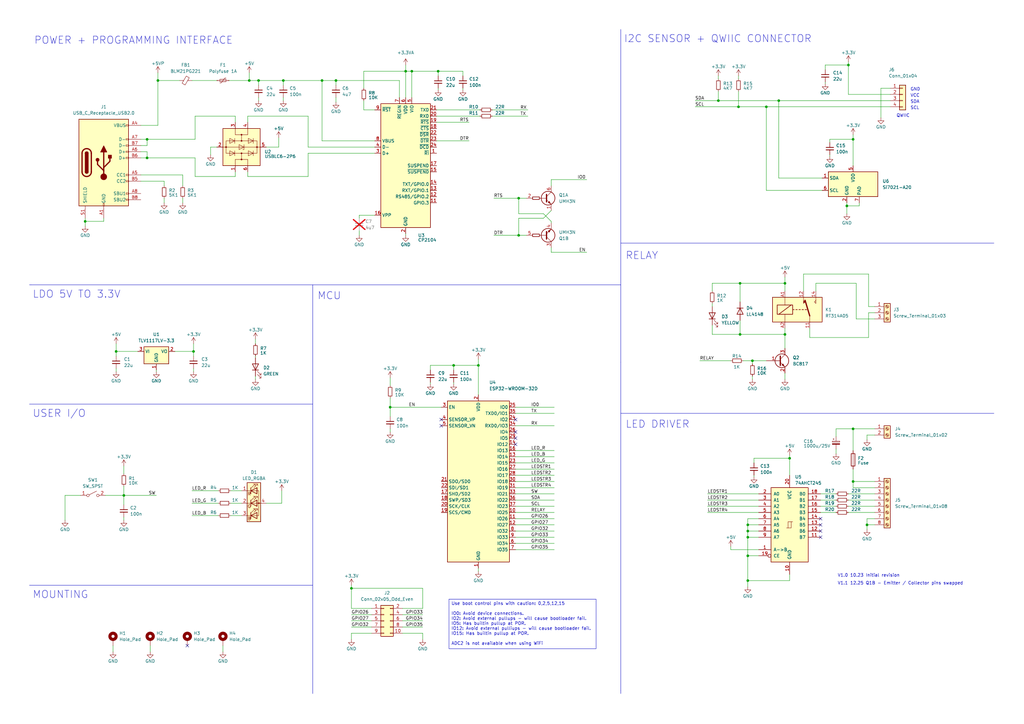
<source format=kicad_sch>
(kicad_sch (version 20230121) (generator eeschema)
  (paper "A3")
  (title_block (title "iot-thing board") (date "2023-10-14") (rev "1.0") (company "made by morten"))
  (junction (at 303.53 116.205))
  (junction (at 50.8 203.2))
  (junction (at 186.055 149.86))
  (junction (at 349.885 57.15))
  (junction (at 323.85 187.96))
  (junction (at 64.77 33.02))
  (junction (at 212.725 96.52))
  (junction (at 306.705 217.805))
  (junction (at 47.625 144.145))
  (junction (at 314.325 43.815))
  (junction (at 179.705 29.21))
  (junction (at 34.925 90.805))
  (junction (at 306.705 220.345))
  (junction (at 116.205 33.02))
  (junction (at 355.6 215.265))
  (junction (at 60.325 57.15))
  (junction (at 308.61 147.955))
  (junction (at 302.895 43.815))
  (junction (at 306.705 238.125))
  (junction (at 347.345 84.455))
  (junction (at 349.885 197.485))
  (junction (at 144.145 241.3))
  (junction (at 132.08 33.02))
  (junction (at 319.405 41.275))
  (junction (at 79.375 144.145))
  (junction (at 137.795 33.02))
  (junction (at 321.945 137.16))
  (junction (at 166.37 29.21))
  (junction (at 60.325 64.77))
  (junction (at 168.91 29.21))
  (junction (at 294.64 41.275))
  (junction (at 306.705 227.965))
  (junction (at 303.53 137.16))
  (junction (at 160.02 167.005))
  (junction (at 347.98 26.67))
  (junction (at 102.235 33.02))
  (junction (at 349.885 175.895))
  (junction (at 106.045 33.02))
  (junction (at 196.215 149.86))
  (junction (at 321.945 116.205))
  (junction (at 306.705 215.265))
  (junction (at 212.725 81.28))
  (no_connect (at 180.975 174.625))
  (no_connect (at 180.975 172.085))
  (no_connect (at 336.55 220.345))
  (no_connect (at 211.455 177.165))
  (no_connect (at 211.455 182.245))
  (no_connect (at 336.55 215.265))
  (no_connect (at 211.455 179.705))
  (no_connect (at 336.55 212.725))
  (no_connect (at 336.55 217.805))
  (no_connect (at 76.835 264.795))
  (no_connect (at 211.455 172.085))
  (wire (pts (xy 160.02 167.005) (xy 180.975 167.005)))
  (wire (pts (xy 94.615 206.375) (xy 99.06 206.375)))
  (wire (pts (xy 342.9 175.895) (xy 349.885 175.895)))
  (wire (pts (xy 211.455 200.025) (xy 227.33 200.025)))
  (wire (pts (xy 226.06 73.66) (xy 240.665 73.66)))
  (wire (pts (xy 173.355 249.555) (xy 173.355 241.3)))
  (wire (pts (xy 79.375 144.145) (xy 79.375 146.05)))
  (wire (pts (xy 290.195 207.645) (xy 311.15 207.645)))
  (wire (pts (xy 132.08 33.02) (xy 132.08 57.785)))
  (wire (pts (xy 211.455 220.345) (xy 227.33 220.345)))
  (wire (pts (xy 352.425 84.455) (xy 352.425 83.185)))
  (polyline (pts (xy 254.635 99.695) (xy 407.67 99.695)))
  (wire (pts (xy 179.07 50.165) (xy 192.405 50.165)))
  (wire (pts (xy 34.925 90.805) (xy 34.925 92.71)))
  (wire (pts (xy 106.045 40.005) (xy 106.045 41.275)))
  (wire (pts (xy 302.895 43.815) (xy 314.325 43.815)))
  (wire (pts (xy 212.725 87.63) (xy 222.885 87.63)))
  (wire (pts (xy 356.235 138.43) (xy 356.235 128.27)))
  (wire (pts (xy 212.725 96.52) (xy 215.9 96.52)))
  (wire (pts (xy 64.77 33.02) (xy 64.77 29.845)))
  (wire (pts (xy 347.98 26.67) (xy 347.98 38.735)))
  (wire (pts (xy 226.06 90.805) (xy 226.06 91.44)))
  (wire (pts (xy 303.53 116.205) (xy 321.945 116.205)))
  (wire (pts (xy 56.515 144.145) (xy 47.625 144.145)))
  (wire (pts (xy 349.885 55.245) (xy 349.885 57.15)))
  (wire (pts (xy 176.53 149.86) (xy 176.53 151.765)))
  (wire (pts (xy 211.455 215.265) (xy 227.33 215.265)))
  (wire (pts (xy 211.455 189.865) (xy 227.33 189.865)))
  (wire (pts (xy 137.795 33.02) (xy 163.83 33.02)))
  (wire (pts (xy 50.8 199.39) (xy 50.8 203.2)))
  (wire (pts (xy 88.9 60.325) (xy 86.36 60.325)))
  (wire (pts (xy 101.6 47.625) (xy 126.365 47.625)))
  (wire (pts (xy 109.22 60.325) (xy 114.3 60.325)))
  (wire (pts (xy 196.215 147.32) (xy 196.215 149.86)))
  (wire (pts (xy 96.52 70.485) (xy 96.52 72.39)))
  (wire (pts (xy 91.44 264.795) (xy 91.44 267.335)))
  (wire (pts (xy 211.455 167.005) (xy 227.33 167.005)))
  (wire (pts (xy 303.53 137.16) (xy 321.945 137.16)))
  (wire (pts (xy 166.37 29.21) (xy 168.91 29.21)))
  (wire (pts (xy 116.205 40.005) (xy 116.205 41.275)))
  (wire (pts (xy 126.365 60.325) (xy 153.67 60.325)))
  (wire (pts (xy 306.705 215.265) (xy 306.705 217.805)))
  (wire (pts (xy 347.345 83.185) (xy 347.345 84.455)))
  (wire (pts (xy 50.8 191.135) (xy 50.8 194.31)))
  (wire (pts (xy 106.045 33.02) (xy 116.205 33.02)))
  (wire (pts (xy 149.225 41.275) (xy 149.225 45.085)))
  (wire (pts (xy 358.775 178.435) (xy 355.6 178.435)))
  (wire (pts (xy 60.325 64.77) (xy 80.01 64.77)))
  (wire (pts (xy 347.345 84.455) (xy 347.345 87.63)))
  (wire (pts (xy 347.98 207.645) (xy 358.775 207.645)))
  (wire (pts (xy 306.705 217.805) (xy 311.15 217.805)))
  (wire (pts (xy 347.98 202.565) (xy 358.775 202.565)))
  (wire (pts (xy 79.375 151.13) (xy 79.375 152.4)))
  (polyline (pts (xy 254.635 283.21) (xy 254.635 148.59)))
  (wire (pts (xy 303.53 116.205) (xy 292.1 116.205)))
  (wire (pts (xy 342.9 184.15) (xy 342.9 186.055)))
  (wire (pts (xy 116.205 33.02) (xy 116.205 34.925)))
  (wire (pts (xy 294.64 41.275) (xy 319.405 41.275)))
  (wire (pts (xy 212.725 81.28) (xy 215.9 81.28)))
  (wire (pts (xy 26.67 203.2) (xy 26.67 213.36)))
  (wire (pts (xy 356.235 125.73) (xy 358.775 125.73)))
  (wire (pts (xy 179.705 29.21) (xy 179.705 31.115)))
  (wire (pts (xy 202.565 96.52) (xy 212.725 96.52)))
  (wire (pts (xy 196.215 233.045) (xy 196.215 234.315)))
  (wire (pts (xy 78.74 201.295) (xy 89.535 201.295)))
  (wire (pts (xy 115.57 201.295) (xy 115.57 206.375)))
  (wire (pts (xy 212.725 89.535) (xy 212.725 96.52)))
  (wire (pts (xy 299.72 147.955) (xy 287.02 147.955)))
  (wire (pts (xy 212.725 81.28) (xy 212.725 87.63)))
  (wire (pts (xy 144.145 240.03) (xy 144.145 241.3)))
  (wire (pts (xy 321.945 134.62) (xy 321.945 137.16)))
  (wire (pts (xy 179.705 29.21) (xy 189.865 29.21)))
  (wire (pts (xy 321.945 116.205) (xy 321.945 119.38)))
  (wire (pts (xy 34.925 89.535) (xy 34.925 90.805)))
  (wire (pts (xy 304.8 147.955) (xy 308.61 147.955)))
  (wire (pts (xy 340.36 57.15) (xy 349.885 57.15)))
  (wire (pts (xy 211.455 187.325) (xy 227.33 187.325)))
  (wire (pts (xy 332.105 138.43) (xy 356.235 138.43)))
  (polyline (pts (xy 254.635 283.21) (xy 254.635 284.48)))
  (wire (pts (xy 78.74 211.455) (xy 89.535 211.455)))
  (polyline (pts (xy 12.065 116.84) (xy 12.7 116.84)))
  (wire (pts (xy 306.705 238.125) (xy 306.705 240.665)))
  (wire (pts (xy 86.36 60.325) (xy 86.36 63.5)))
  (wire (pts (xy 347.98 25.4) (xy 347.98 26.67)))
  (wire (pts (xy 336.55 210.185) (xy 342.9 210.185)))
  (wire (pts (xy 144.145 257.175) (xy 152.4 257.175)))
  (wire (pts (xy 78.74 33.02) (xy 88.9 33.02)))
  (wire (pts (xy 149.225 36.195) (xy 149.225 29.21)))
  (wire (pts (xy 309.245 194.945) (xy 309.245 195.58)))
  (wire (pts (xy 212.725 89.535) (xy 222.885 89.535)))
  (wire (pts (xy 314.325 78.105) (xy 314.325 43.815)))
  (wire (pts (xy 160.02 175.895) (xy 160.02 177.165)))
  (wire (pts (xy 349.885 197.485) (xy 349.885 200.025)))
  (wire (pts (xy 166.37 95.885) (xy 166.37 96.52)))
  (wire (pts (xy 165.1 257.175) (xy 173.355 257.175)))
  (wire (pts (xy 163.83 33.02) (xy 163.83 40.005)))
  (wire (pts (xy 309.245 187.96) (xy 323.85 187.96)))
  (wire (pts (xy 319.405 41.275) (xy 319.405 73.025)))
  (wire (pts (xy 347.98 205.105) (xy 358.775 205.105)))
  (wire (pts (xy 137.795 40.005) (xy 137.795 41.91)))
  (wire (pts (xy 126.365 62.865) (xy 126.365 72.39)))
  (wire (pts (xy 189.865 29.21) (xy 189.865 31.115)))
  (wire (pts (xy 340.36 63.5) (xy 340.36 64.135)))
  (wire (pts (xy 80.01 64.77) (xy 80.01 72.39)))
  (wire (pts (xy 94.615 201.295) (xy 99.06 201.295)))
  (wire (pts (xy 186.055 149.86) (xy 196.215 149.86)))
  (wire (pts (xy 64.77 33.02) (xy 73.66 33.02)))
  (wire (pts (xy 321.945 113.665) (xy 321.945 116.205)))
  (wire (pts (xy 351.155 116.205) (xy 351.155 130.81)))
  (wire (pts (xy 211.455 174.625) (xy 227.33 174.625)))
  (wire (pts (xy 165.1 254.635) (xy 173.355 254.635)))
  (wire (pts (xy 43.18 203.2) (xy 50.8 203.2)))
  (wire (pts (xy 306.705 217.805) (xy 306.705 220.345)))
  (wire (pts (xy 179.07 47.625) (xy 196.85 47.625)))
  (wire (pts (xy 358.775 175.895) (xy 349.885 175.895)))
  (wire (pts (xy 308.61 147.955) (xy 308.61 149.225)))
  (wire (pts (xy 168.91 29.21) (xy 168.91 40.005)))
  (wire (pts (xy 303.53 123.825) (xy 303.53 116.205)))
  (wire (pts (xy 101.6 50.165) (xy 101.6 47.625)))
  (wire (pts (xy 211.455 212.725) (xy 227.33 212.725)))
  (wire (pts (xy 292.1 133.35) (xy 292.1 137.16)))
  (wire (pts (xy 201.93 47.625) (xy 216.535 47.625)))
  (wire (pts (xy 165.1 252.095) (xy 173.355 252.095)))
  (wire (pts (xy 306.705 238.125) (xy 323.85 238.125)))
  (wire (pts (xy 137.795 33.02) (xy 137.795 34.925)))
  (wire (pts (xy 144.145 259.715) (xy 144.145 262.255)))
  (wire (pts (xy 290.195 202.565) (xy 311.15 202.565)))
  (wire (pts (xy 358.775 200.025) (xy 349.885 200.025)))
  (wire (pts (xy 33.02 203.2) (xy 26.67 203.2)))
  (wire (pts (xy 67.31 74.295) (xy 67.31 76.2)))
  (wire (pts (xy 308.61 154.305) (xy 308.61 155.575)))
  (wire (pts (xy 144.145 254.635) (xy 152.4 254.635)))
  (polyline (pts (xy 128.27 116.84) (xy 128.27 284.48)))
  (wire (pts (xy 365.125 36.195) (xy 361.315 36.195)))
  (wire (pts (xy 226.06 101.6) (xy 226.06 103.505)))
  (wire (pts (xy 189.865 36.195) (xy 189.865 36.83)))
  (wire (pts (xy 50.8 212.09) (xy 50.8 213.36)))
  (wire (pts (xy 311.15 225.425) (xy 299.72 225.425)))
  (wire (pts (xy 336.55 207.645) (xy 342.9 207.645)))
  (wire (pts (xy 285.115 43.815) (xy 302.895 43.815)))
  (wire (pts (xy 74.93 71.755) (xy 74.93 76.2)))
  (wire (pts (xy 306.705 212.725) (xy 306.705 215.265)))
  (wire (pts (xy 294.64 37.465) (xy 294.64 41.275)))
  (wire (pts (xy 355.6 215.265) (xy 355.6 217.17)))
  (wire (pts (xy 60.325 62.23) (xy 60.325 64.77)))
  (wire (pts (xy 323.85 186.69) (xy 323.85 187.96)))
  (wire (pts (xy 347.345 84.455) (xy 352.425 84.455)))
  (wire (pts (xy 321.945 153.035) (xy 321.945 155.575)))
  (wire (pts (xy 211.455 222.885) (xy 227.33 222.885)))
  (wire (pts (xy 60.325 62.23) (xy 57.785 62.23)))
  (wire (pts (xy 46.355 264.795) (xy 46.355 267.335)))
  (wire (pts (xy 67.31 81.28) (xy 67.31 83.185)))
  (polyline (pts (xy 254.635 12.065) (xy 254.635 148.59)))
  (wire (pts (xy 356.235 112.395) (xy 356.235 125.73)))
  (wire (pts (xy 114.3 56.515) (xy 114.3 60.325)))
  (wire (pts (xy 211.455 184.785) (xy 227.33 184.785)))
  (wire (pts (xy 311.15 215.265) (xy 306.705 215.265)))
  (wire (pts (xy 147.32 94.615) (xy 147.32 96.52)))
  (wire (pts (xy 101.6 70.485) (xy 101.6 72.39)))
  (wire (pts (xy 47.625 144.145) (xy 47.625 146.05)))
  (wire (pts (xy 211.455 210.185) (xy 227.33 210.185)))
  (wire (pts (xy 57.785 71.755) (xy 74.93 71.755)))
  (wire (pts (xy 201.93 45.085) (xy 216.535 45.085)))
  (wire (pts (xy 116.205 33.02) (xy 132.08 33.02)))
  (wire (pts (xy 160.02 167.005) (xy 160.02 170.815)))
  (wire (pts (xy 303.53 131.445) (xy 303.53 137.16)))
  (wire (pts (xy 337.185 73.025) (xy 319.405 73.025)))
  (wire (pts (xy 168.91 29.21) (xy 179.705 29.21)))
  (wire (pts (xy 226.06 103.505) (xy 240.665 103.505)))
  (wire (pts (xy 104.775 140.97) (xy 104.775 139.065)))
  (wire (pts (xy 64.77 33.02) (xy 64.77 51.435)))
  (wire (pts (xy 306.705 220.345) (xy 311.15 220.345)))
  (wire (pts (xy 60.325 57.15) (xy 80.01 57.15)))
  (wire (pts (xy 186.055 149.86) (xy 186.055 151.765)))
  (wire (pts (xy 202.565 81.28) (xy 212.725 81.28)))
  (wire (pts (xy 321.945 137.16) (xy 321.945 142.875)))
  (wire (pts (xy 166.37 26.67) (xy 166.37 29.21)))
  (wire (pts (xy 306.705 227.965) (xy 306.705 238.125)))
  (wire (pts (xy 179.07 57.785) (xy 192.405 57.785)))
  (wire (pts (xy 340.36 57.15) (xy 340.36 58.42)))
  (wire (pts (xy 306.705 220.345) (xy 306.705 227.965)))
  (wire (pts (xy 336.55 202.565) (xy 342.9 202.565)))
  (wire (pts (xy 144.145 252.095) (xy 152.4 252.095)))
  (wire (pts (xy 79.375 140.97) (xy 79.375 144.145)))
  (wire (pts (xy 349.885 175.895) (xy 349.885 184.785)))
  (polyline (pts (xy 12.065 165.735) (xy 128.27 165.735)))
  (wire (pts (xy 80.01 72.39) (xy 96.52 72.39)))
  (polyline (pts (xy 254.635 169.545) (xy 407.67 169.545)))
  (wire (pts (xy 96.52 47.625) (xy 96.52 50.165)))
  (wire (pts (xy 294.64 31.115) (xy 294.64 32.385)))
  (wire (pts (xy 50.8 203.2) (xy 50.8 207.01)))
  (wire (pts (xy 323.85 235.585) (xy 323.85 238.125)))
  (wire (pts (xy 71.755 144.145) (xy 79.375 144.145)))
  (wire (pts (xy 338.455 26.67) (xy 338.455 28.575)))
  (wire (pts (xy 332.105 134.62) (xy 332.105 138.43)))
  (wire (pts (xy 285.115 41.275) (xy 294.64 41.275)))
  (wire (pts (xy 106.045 33.02) (xy 106.045 34.925)))
  (wire (pts (xy 211.455 194.945) (xy 227.33 194.945)))
  (wire (pts (xy 365.125 38.735) (xy 347.98 38.735)))
  (wire (pts (xy 60.325 57.15) (xy 60.325 59.69)))
  (wire (pts (xy 109.22 206.375) (xy 115.57 206.375)))
  (wire (pts (xy 338.455 26.67) (xy 347.98 26.67)))
  (wire (pts (xy 302.895 37.465) (xy 302.895 43.815)))
  (wire (pts (xy 351.155 130.81) (xy 358.775 130.81)))
  (wire (pts (xy 42.545 89.535) (xy 42.545 90.805)))
  (wire (pts (xy 176.53 149.86) (xy 186.055 149.86)))
  (wire (pts (xy 144.145 241.3) (xy 173.355 241.3)))
  (wire (pts (xy 292.1 116.205) (xy 292.1 119.38)))
  (wire (pts (xy 152.4 259.715) (xy 144.145 259.715)))
  (wire (pts (xy 329.565 112.395) (xy 356.235 112.395)))
  (wire (pts (xy 149.225 45.085) (xy 153.67 45.085)))
  (wire (pts (xy 42.545 90.805) (xy 34.925 90.805)))
  (wire (pts (xy 314.325 43.815) (xy 365.125 43.815)))
  (wire (pts (xy 361.315 36.195) (xy 361.315 48.26)))
  (wire (pts (xy 355.6 178.435) (xy 355.6 180.34)))
  (wire (pts (xy 302.895 31.115) (xy 302.895 32.385)))
  (wire (pts (xy 179.07 45.085) (xy 196.85 45.085)))
  (wire (pts (xy 355.6 215.265) (xy 358.775 215.265)))
  (wire (pts (xy 61.595 264.795) (xy 61.595 267.335)))
  (wire (pts (xy 160.02 154.94) (xy 160.02 158.115)))
  (wire (pts (xy 102.235 33.02) (xy 106.045 33.02)))
  (wire (pts (xy 222.885 87.63) (xy 226.06 90.805)))
  (wire (pts (xy 153.67 62.865) (xy 126.365 62.865)))
  (wire (pts (xy 132.08 57.785) (xy 153.67 57.785)))
  (wire (pts (xy 299.72 225.425) (xy 299.72 224.155)))
  (wire (pts (xy 93.98 33.02) (xy 102.235 33.02)))
  (wire (pts (xy 104.775 154.305) (xy 104.775 155.575)))
  (wire (pts (xy 349.885 192.405) (xy 349.885 197.485)))
  (wire (pts (xy 292.1 137.16) (xy 303.53 137.16)))
  (wire (pts (xy 334.645 116.205) (xy 351.155 116.205)))
  (wire (pts (xy 211.455 202.565) (xy 227.33 202.565)))
  (wire (pts (xy 323.85 187.96) (xy 323.85 194.945)))
  (wire (pts (xy 147.32 88.265) (xy 153.67 88.265)))
  (wire (pts (xy 149.225 29.21) (xy 166.37 29.21)))
  (wire (pts (xy 196.215 149.86) (xy 196.215 161.925)))
  (wire (pts (xy 165.1 259.715) (xy 173.355 259.715)))
  (wire (pts (xy 337.185 78.105) (xy 314.325 78.105)))
  (wire (pts (xy 356.235 128.27) (xy 358.775 128.27)))
  (wire (pts (xy 311.15 227.965) (xy 306.705 227.965)))
  (wire (pts (xy 211.455 197.485) (xy 227.33 197.485)))
  (wire (pts (xy 338.455 34.29) (xy 338.455 33.655)))
  (wire (pts (xy 211.455 169.545) (xy 227.33 169.545)))
  (wire (pts (xy 349.885 57.15) (xy 349.885 67.945)))
  (wire (pts (xy 308.61 147.955) (xy 314.325 147.955)))
  (wire (pts (xy 57.785 64.77) (xy 60.325 64.77)))
  (wire (pts (xy 102.235 29.845) (xy 102.235 33.02)))
  (wire (pts (xy 211.455 205.105) (xy 227.33 205.105)))
  (wire (pts (xy 211.455 192.405) (xy 227.33 192.405)))
  (wire (pts (xy 78.74 206.375) (xy 89.535 206.375)))
  (wire (pts (xy 60.325 59.69) (xy 57.785 59.69)))
  (wire (pts (xy 47.625 151.13) (xy 47.625 152.4)))
  (wire (pts (xy 57.785 74.295) (xy 67.31 74.295)))
  (wire (pts (xy 179.705 36.83) (xy 179.705 36.195)))
  (polyline (pts (xy 12.065 240.03) (xy 128.27 240.03)))
  (wire (pts (xy 166.37 29.21) (xy 166.37 40.005)))
  (wire (pts (xy 309.245 189.865) (xy 309.245 187.96)))
  (wire (pts (xy 336.55 205.105) (xy 342.9 205.105)))
  (wire (pts (xy 94.615 211.455) (xy 99.06 211.455)))
  (wire (pts (xy 306.705 212.725) (xy 311.15 212.725)))
  (wire (pts (xy 50.8 203.2) (xy 64.135 203.2)))
  (wire (pts (xy 147.32 88.265) (xy 147.32 89.535)))
  (wire (pts (xy 160.02 163.195) (xy 160.02 167.005)))
  (wire (pts (xy 64.135 151.765) (xy 64.135 152.4)))
  (wire (pts (xy 211.455 207.645) (xy 227.33 207.645)))
  (wire (pts (xy 226.06 73.66) (xy 226.06 76.2)))
  (wire (pts (xy 347.98 210.185) (xy 358.775 210.185)))
  (wire (pts (xy 319.405 41.275) (xy 365.125 41.275)))
  (wire (pts (xy 211.455 225.425) (xy 227.33 225.425)))
  (wire (pts (xy 80.01 47.625) (xy 96.52 47.625)))
  (wire (pts (xy 290.195 205.105) (xy 311.15 205.105)))
  (wire (pts (xy 144.145 241.3) (xy 144.145 249.555)))
  (wire (pts (xy 64.77 51.435) (xy 57.785 51.435)))
  (wire (pts (xy 176.53 156.845) (xy 176.53 157.48)))
  (wire (pts (xy 104.775 146.685) (xy 104.775 146.05)))
  (wire (pts (xy 47.625 140.97) (xy 47.625 144.145)))
  (wire (pts (xy 329.565 112.395) (xy 329.565 119.38)))
  (wire (pts (xy 211.455 217.805) (xy 227.33 217.805)))
  (wire (pts (xy 74.93 81.28) (xy 74.93 83.185)))
  (wire (pts (xy 334.645 119.38) (xy 334.645 116.205)))
  (wire (pts (xy 101.6 72.39) (xy 126.365 72.39)))
  (wire (pts (xy 290.195 210.185) (xy 311.15 210.185)))
  (wire (pts (xy 57.785 57.15) (xy 60.325 57.15)))
  (wire (pts (xy 173.355 259.715) (xy 173.355 262.255)))
  (wire (pts (xy 226.06 86.36) (xy 222.885 89.535)))
  (wire (pts (xy 80.01 57.15) (xy 80.01 47.625)))
  (polyline (pts (xy 12.7 116.84) (xy 254.635 116.84)))
  (wire (pts (xy 126.365 47.625) (xy 126.365 60.325)))
  (wire (pts (xy 342.9 179.07) (xy 342.9 175.895)))
  (wire (pts (xy 358.775 212.725) (xy 355.6 212.725)))
  (wire (pts (xy 173.355 249.555) (xy 165.1 249.555)))
  (wire (pts (xy 186.055 156.845) (xy 186.055 157.48)))
  (wire (pts (xy 292.1 124.46) (xy 292.1 125.73)))
  (wire (pts (xy 355.6 212.725) (xy 355.6 215.265)))
  (wire (pts (xy 152.4 249.555) (xy 144.145 249.555)))
  (wire (pts (xy 132.08 33.02) (xy 137.795 33.02)))
  (wire (pts (xy 349.885 197.485) (xy 358.775 197.485)))
  (text_box "Use boot control pins with caution: 0,2,5,12,15\n\nIO0: Avoid device connections.\nIO2: Avoid external pullups - will cause bootloader fail.\nIO5: Has builtin pullup at POR.\nIO12: Avoid external pulliups - will cause bootloader fail.\nIO15: Has builtin pullup at POR.\n\nADC2 is not available when using WiFi" (at 184.15 245.745 0) (size 60.325 20.32) (effects (font (size 1.27 1.27)) (justify left top)))
  (text "LDO 5V TO 3.3V" (at 13.335 122.555 0) (effects (font (size 3 3)) (justify left bottom)))
  (text "MOUNTING" (at 13.335 245.745 0) (effects (font (size 3 3)) (justify left bottom)))
  (text "GND" (at 373.38 37.465 0) (effects (font (size 1.27 1.27)) (justify left bottom)))
  (text "SCL" (at 373.38 45.085 0) (effects (font (size 1.27 1.27)) (justify left bottom)))
  (text "SDA" (at 373.38 42.545 0) (effects (font (size 1.27 1.27)) (justify left bottom)))
  (text "V1.1 12.25 Q1B - Emitter / Collector pins swapped" (at 343.535 240.03 0) (effects (font (size 1.27 1.27)) (justify left bottom)))
  (text "I2C SENSOR + QWIIC CONNECTOR" (at 255.905 17.78 0) (effects (font (size 3 3)) (justify left bottom)))
  (text "V1.0 10.23 Initial revision" (at 343.535 236.855 0) (effects (font (size 1.27 1.27)) (justify left bottom)))
  (text "USER I/O" (at 13.335 171.45 0) (effects (font (size 3 3)) (justify left bottom)))
  (text "RELAY" (at 256.54 106.68 0) (effects (font (size 3 3)) (justify left bottom)))
  (text "MCU" (at 130.175 123.19 0) (effects (font (size 3 3)) (justify left bottom)))
  (text "QWIIC" (at 367.665 48.26 0) (effects (font (size 1.27 1.27)) (justify left bottom)))
  (text "LED DRIVER" (at 256.54 175.895 0) (effects (font (size 3 3)) (justify left bottom)))
  (text "POWER + PROGRAMMING INTERFACE\n" (at 13.97 18.415 0) (effects (font (size 3 3)) (justify left bottom)))
  (text "VCC" (at 373.38 40.005 0) (effects (font (size 1.27 1.27)) (justify left bottom)))
  (label "GPIO26" (at 217.805 212.725 0))
  (label "GPIO26" (at 144.145 252.095 0))
  (label "TX" (at 213.36 47.625 0))
  (label "GPIO34" (at 166.37 254.635 0))
  (label "SDA" (at 285.115 41.275 0))
  (label "LEDSTR1" (at 290.195 202.565 0))
  (label "RTS" (at 188.595 50.165 0))
  (label "LED_G" (at 78.74 206.375 0))
  (label "DTR" (at 188.595 57.785 0))
  (label "IO0" (at 236.855 73.66 0))
  (label "LED_R" (at 78.74 201.295 0))
  (label "SW" (at 217.805 202.565 0))
  (label "TX" (at 217.805 169.545 0))
  (label "GPIO35" (at 166.37 257.175 0))
  (label "GPIO35" (at 217.805 225.425 0))
  (label "SW" (at 60.96 203.2 0))
  (label "LED_R" (at 217.805 184.785 0))
  (label "EN" (at 167.64 167.005 0))
  (label "LED_B" (at 78.74 211.455 0))
  (label "LED_B" (at 217.805 187.325 0))
  (label "GPIO34" (at 217.805 222.885 0))
  (label "LEDSTR3" (at 290.195 207.645 0))
  (label "RX" (at 217.805 174.625 0))
  (label "RTS" (at 202.565 81.28 0))
  (label "LEDSTR4" (at 217.805 200.025 0))
  (label "SCL" (at 217.805 207.645 0))
  (label "GPIO27" (at 217.805 215.265 0))
  (label "SCL" (at 285.115 43.815 0))
  (label "LEDSTR1" (at 217.805 192.405 0))
  (label "IO0" (at 217.805 167.005 0))
  (label "GPIO32" (at 144.145 257.175 0))
  (label "RELAY" (at 287.02 147.955 0))
  (label "GPIO27" (at 144.145 254.635 0))
  (label "LEDSTR2" (at 217.805 194.945 0))
  (label "LEDSTR2" (at 290.195 205.105 0))
  (label "SDA" (at 217.805 205.105 0))
  (label "GPIO33" (at 166.37 252.095 0))
  (label "DTR" (at 202.565 96.52 0))
  (label "GPIO32" (at 217.805 217.805 0))
  (label "GPIO33" (at 217.805 220.345 0))
  (label "RELAY" (at 217.805 210.185 0))
  (label "RX" (at 213.36 45.085 0))
  (label "EN" (at 237.49 103.505 0))
  (label "LEDSTR4" (at 290.195 210.185 0))
  (label "LEDSTR3" (at 217.805 197.485 0))
  (label "LED_G" (at 217.805 189.865 0))
  (symbol (lib_id "power:GND") (at 47.625 152.4 0) (unit 1)
    (property "Reference" "#PWR05" (effects hide))
    (property "Value" "GND" (at 47.625 156.21 0))
  )
  (symbol (lib_id "Device:C_Small") (at 309.245 192.405 0) (unit 1)
    (property "Reference" "C13" (at 311.785 191.1413 0) (effects (justify left)))
    (property "Value" "100n" (at 311.785 193.6813 0) (effects (justify left)))
    (property "Footprint" "Capacitor_SMD:C_0402_1005Metric_Pad0.74x0.62mm_HandSolder" (effects hide))
  )
  (symbol (lib_id "power:+5V") (at 114.3 56.515 0) (unit 1)
    (property "Reference" "#PWR022" (effects hide))
    (property "Value" "+5V" (at 114.3 52.705 0))
  )
  (symbol (lib_id "power:GND") (at 173.355 262.255 0) (unit 1)
    (property "Reference" "#PWR033" (effects hide))
    (property "Value" "GND" (at 173.355 266.065 0))
  )
  (symbol (lib_id "Relay:RT314A05") (at 327.025 127 0) (unit 1)
    (property "Reference" "K1" (at 338.455 127 0) (effects (justify left)))
    (property "Value" "RT314A05" (at 338.455 129.54 0) (effects (justify left)))
    (property "Footprint" "Relay_THT:Relay_SPDT_Schrack-RT1-16A-FormC_RM5mm" (effects hide))
    (property "Datasheet" "https://www.te.com/commerce/DocumentDelivery/DDEController?Action=srchrtrv&DocNm=RT1_bistable&DocType=DS&DocLang=English" (effects hide))
  )
  (symbol (lib_id "Device:C_Small") (at 186.055 154.305 0) (unit 1)
    (property "Reference" "C11" (at 188.595 153.0413 0) (effects (justify left)))
    (property "Value" "100n" (at 188.595 155.5813 0) (effects (justify left)))
    (property "Footprint" "Capacitor_SMD:C_0402_1005Metric_Pad0.74x0.62mm_HandSolder" (effects hide))
  )
  (symbol (lib_id "power:GND") (at 306.705 240.665 0) (unit 1)
    (property "Reference" "#PWR043" (effects hide))
    (property "Value" "GND" (at 306.705 244.475 0))
  )
  (symbol (lib_id "Device:Polyfuse_Small") (at 91.44 33.02 90) (unit 1)
    (property "Reference" "F1" (at 91.44 26.67 90))
    (property "Value" "Polyfuse 1A" (at 91.44 29.21 90))
    (property "Footprint" "Fuse:Fuse_1206_3216Metric_Pad1.42x1.75mm_HandSolder" (effects hide))
  )
  (symbol (lib_id "power:+3.3V") (at 115.57 201.295 0) (unit 1)
    (property "Reference" "#PWR023" (effects hide))
    (property "Value" "+3.3V" (at 115.57 197.485 0))
  )
  (symbol (lib_id "Device:C_Small") (at 189.865 33.655 0) (unit 1)
    (property "Reference" "C12" (at 192.405 32.3913 0) (effects (justify left)))
    (property "Value" "100n" (at 192.405 34.9313 0) (effects (justify left)))
    (property "Footprint" "Capacitor_SMD:C_0402_1005Metric_Pad0.74x0.62mm_HandSolder" (effects hide))
  )
  (symbol (lib_id "power:+3.3V") (at 144.145 240.03 0) (unit 1)
    (property "Reference" "#PWR026" (effects hide))
    (property "Value" "+3.3V" (at 144.145 236.22 0))
  )
  (symbol (lib_id "power:GND") (at 74.93 83.185 0) (unit 1)
    (property "Reference" "#PWR012" (effects hide))
    (property "Value" "GND" (at 74.93 86.995 0))
  )
  (symbol (lib_id "power:GND") (at 79.375 152.4 0) (unit 1)
    (property "Reference" "#PWR015" (effects hide))
    (property "Value" "GND" (at 79.375 156.21 0))
  )
  (symbol (lib_id "Device:C_Small") (at 50.8 209.55 0) (unit 1)
    (property "Reference" "C2" (at 53.34 208.2863 0) (effects (justify left)))
    (property "Value" "100n" (at 53.34 210.8263 0) (effects (justify left)))
    (property "Footprint" "Capacitor_SMD:C_0402_1005Metric_Pad0.74x0.62mm_HandSolder" (effects hide))
  )
  (symbol (lib_id "Device:C_Small") (at 116.205 37.465 0) (unit 1)
    (property "Reference" "C5" (at 118.745 36.2013 0) (effects (justify left)))
    (property "Value" "100n" (at 118.745 38.7413 0) (effects (justify left)))
    (property "Footprint" "Capacitor_SMD:C_0402_1005Metric_Pad0.74x0.62mm_HandSolder" (effects hide))
  )
  (symbol (lib_id "power:GND") (at 196.215 234.315 0) (unit 1)
    (property "Reference" "#PWR039" (effects hide))
    (property "Value" "GND" (at 196.215 238.125 0))
  )
  (symbol (lib_id "Power_Protection:USBLC6-2P6") (at 99.06 60.325 270) (mirror x) (unit 1)
    (property "Reference" "U2" (at 109.855 62.23 90))
    (property "Value" "USBLC6-2P6" (at 114.935 64.135 90))
    (property "Footprint" "Package_TO_SOT_SMD:SOT-666" (effects hide))
    (property "Datasheet" "https://www.st.com/resource/en/datasheet/usblc6-2.pdf" (effects hide))
  )
  (symbol (lib_id "power:GND") (at 340.36 64.135 0) (unit 1)
    (property "Reference" "#PWR050" (effects hide))
    (property "Value" "GND" (at 340.36 67.945 0))
  )
  (symbol (lib_id "power:GND") (at 308.61 155.575 0) (unit 1)
    (property "Reference" "#PWR044" (effects hide))
    (property "Value" "GND" (at 308.61 159.385 0))
  )
  (symbol (lib_id "power:GND") (at 189.865 36.83 0) (unit 1)
    (property "Reference" "#PWR037" (effects hide))
    (property "Value" "GND" (at 189.865 40.64 0))
  )
  (symbol (lib_id "power:GND") (at 309.245 195.58 0) (unit 1)
    (property "Reference" "#PWR045" (effects hide))
    (property "Value" "GND" (at 309.245 199.39 0))
  )
  (symbol (lib_id "power:+3.3V") (at 294.64 31.115 0) (unit 1)
    (property "Reference" "#PWR040" (effects hide))
    (property "Value" "+3.3V" (at 294.64 27.305 0))
  )
  (symbol (lib_id "power:+3.3V") (at 79.375 140.97 0) (unit 1)
    (property "Reference" "#PWR014" (effects hide))
    (property "Value" "+3.3V" (at 79.375 137.16 0))
  )
  (symbol (lib_id "Device:LED_RGBA") (at 104.14 206.375 0) (unit 1)
    (property "Reference" "D1" (at 104.14 193.675 0))
    (property "Value" "LED_RGBA" (at 104.14 196.215 0))
    (property "Footprint" "LED_SMD:LED_RGB_Wuerth-PLCC4_3.2x2.8mm_150141M173100" (effects hide))
  )
  (symbol (lib_id "Device:FerriteBead_Small") (at 76.2 33.02 90) (unit 1)
    (property "Reference" "FB1" (at 76.1619 26.67 90))
    (property "Value" "BLM21PG221" (at 76.1619 29.21 90))
    (property "Footprint" "Inductor_SMD:L_0603_1608Metric_Pad1.05x0.95mm_HandSolder" (effects hide))
  )
  (symbol (lib_id "power:+3.3V") (at 349.885 55.245 0) (unit 1)
    (property "Reference" "#PWR054" (effects hide))
    (property "Value" "+3.3V" (at 349.885 51.435 0))
  )
  (symbol (lib_id "Device:C_Small") (at 179.705 33.655 0) (unit 1)
    (property "Reference" "C10" (at 182.88 32.3913 0) (effects (justify left)))
    (property "Value" "22u" (at 182.88 34.9313 0) (effects (justify left)))
    (property "Footprint" "Capacitor_SMD:C_0805_2012Metric_Pad1.18x1.45mm_HandSolder" (effects hide))
  )
  (symbol (lib_id "power:GND") (at 86.36 63.5 0) (unit 1)
    (property "Reference" "#PWR016" (effects hide))
    (property "Value" "GND" (at 86.36 67.31 0))
  )
  (symbol (lib_id "Diode:LL4148") (at 303.53 127.635 270) (unit 1)
    (property "Reference" "D4" (at 306.07 126.365 90) (effects (justify left)))
    (property "Value" "LL4148" (at 306.07 128.905 90) (effects (justify left)))
    (property "Footprint" "Diode_SMD:D_MiniMELF" (effects hide))
    (property "Datasheet" "http://www.vishay.com/docs/85557/ll4148.pdf" (effects hide))
    (property "Sim.Device" "D" (effects hide))
    (property "Sim.Pins" "1=K 2=A" (effects hide))
  )
  (symbol (lib_id "power:GND") (at 321.945 155.575 0) (unit 1)
    (property "Reference" "#PWR047" (effects hide))
    (property "Value" "GND" (at 321.945 159.385 0))
  )
  (symbol (lib_id "power:GND") (at 137.795 41.91 0) (unit 1)
    (property "Reference" "#PWR025" (effects hide))
    (property "Value" "GND" (at 137.795 45.72 0))
  )
  (symbol (lib_id "power:GND") (at 116.205 41.275 0) (unit 1)
    (property "Reference" "#PWR024" (effects hide))
    (property "Value" "GND" (at 116.205 45.085 0))
  )
  (symbol (lib_id "Device:C_Small") (at 338.455 31.115 0) (unit 1)
    (property "Reference" "C14" (at 341.63 29.8513 0) (effects (justify left)))
    (property "Value" "22u" (at 341.63 32.3913 0) (effects (justify left)))
    (property "Footprint" "Capacitor_SMD:C_0805_2012Metric_Pad1.18x1.45mm_HandSolder" (effects hide))
  )
  (symbol (lib_id "power:+5V") (at 102.235 29.845 0) (unit 1)
    (property "Reference" "#PWR018" (effects hide))
    (property "Value" "+5V" (at 102.235 26.035 0))
  )
  (symbol (lib_id "power:GND") (at 160.02 177.165 0) (unit 1)
    (property "Reference" "#PWR030" (effects hide))
    (property "Value" "GND" (at 160.02 180.975 0))
  )
  (symbol (lib_id "power:GND") (at 61.595 267.335 0) (unit 1)
    (property "Reference" "#PWR08" (effects hide))
    (property "Value" "GND" (at 61.595 271.145 0))
  )
  (symbol (lib_id "Connector:Screw_Terminal_01x08") (at 363.855 205.105 0) (unit 1)
    (property "Reference" "J5" (at 367.03 205.105 0) (effects (justify left)))
    (property "Value" "Screw_Terminal_01x08" (at 367.03 207.645 0) (effects (justify left)))
    (property "Footprint" "TerminalBlock_Phoenix:TerminalBlock_Phoenix_MKDS-1,5-8_1x08_P5.00mm_Horizontal" (effects hide))
  )
  (symbol (lib_id "74xx:74HC245") (at 323.85 215.265 0) (unit 1)
    (property "Reference" "U5" (at 326.0441 195.58 0) (effects (justify left)))
    (property "Value" "74AHCT245" (at 326.0441 198.12 0) (effects (justify left)))
    (property "Footprint" "Package_DIP:DIP-20_W7.62mm" (effects hide))
    (property "Datasheet" "http://www.ti.com/lit/gpn/sn74HC245" (effects hide))
  )
  (symbol (lib_id "Mechanical:MountingHole_Pad") (at 61.595 262.255 0) (unit 1)
    (property "Reference" "H2" (at 64.135 259.715 0) (effects (justify left)))
    (property "Value" "Hole_Pad" (at 64.135 262.255 0) (effects (justify left)))
    (property "Footprint" "MountingHole:MountingHole_3.2mm_M3_Pad_Via" (effects hide))
  )
  (symbol (lib_id "power:GND") (at 147.32 96.52 0) (unit 1)
    (property "Reference" "#PWR028" (effects hide))
    (property "Value" "GND" (at 147.32 100.33 0))
  )
  (symbol (lib_id "power:GND") (at 355.6 217.17 0) (unit 1)
    (property "Reference" "#PWR056" (effects hide))
    (property "Value" "GND" (at 355.6 220.98 0))
  )
  (symbol (lib_id "Device:C_Small") (at 176.53 154.305 0) (unit 1)
    (property "Reference" "C9" (at 179.705 153.0413 0) (effects (justify left)))
    (property "Value" "22u" (at 179.705 155.5813 0) (effects (justify left)))
    (property "Footprint" "Capacitor_SMD:C_0805_2012Metric_Pad1.18x1.45mm_HandSolder" (effects hide))
  )
  (symbol (lib_id "power:+5V") (at 299.72 224.155 0) (unit 1)
    (property "Reference" "#PWR041" (effects hide))
    (property "Value" "+5V" (at 299.72 220.345 0))
  )
  (symbol (lib_id "power:+3.3V") (at 160.02 154.94 0) (unit 1)
    (property "Reference" "#PWR029" (effects hide))
    (property "Value" "+3.3V" (at 160.02 151.13 0))
  )
  (symbol (lib_id "Transistor_BJT:UMH3N") (at 220.98 81.28 0) (unit 1)
    (property "Reference" "Q1" (at 229.235 80.01 0) (effects (justify left)))
    (property "Value" "UMH3N" (at 229.235 82.55 0) (effects (justify left)))
    (property "Footprint" "Package_TO_SOT_SMD:SOT-363_SC-70-6" (effects hide))
    (property "Datasheet" "http://rohmfs.rohm.com/en/products/databook/datasheet/discrete/transistor/digital/emh3t2r-e.pdf" (effects hide))
  )
  (symbol (lib_id "power:+3.3V") (at 302.895 31.115 0) (unit 1)
    (property "Reference" "#PWR042" (effects hide))
    (property "Value" "+3.3V" (at 302.895 27.305 0))
  )
  (symbol (lib_id "power:+3.3V") (at 347.98 25.4 0) (unit 1)
    (property "Reference" "#PWR053" (effects hide))
    (property "Value" "+3.3V" (at 347.98 21.59 0))
  )
  (symbol (lib_id "Device:R_Small") (at 74.93 78.74 0) (unit 1)
    (property "Reference" "R3" (at 76.835 78.105 0) (effects (justify left)))
    (property "Value" "5K1" (at 76.835 80.01 0) (effects (justify left)))
    (property "Footprint" "Resistor_SMD:R_0402_1005Metric_Pad0.72x0.64mm_HandSolder" (effects hide))
  )
  (symbol (lib_id "power:GND") (at 34.925 92.71 0) (unit 1)
    (property "Reference" "#PWR02" (effects hide))
    (property "Value" "GND" (at 34.925 96.52 0))
  )
  (symbol (lib_id "Device:R_Small") (at 50.8 196.85 0) (unit 1)
    (property "Reference" "R1" (at 52.705 196.215 0) (effects (justify left)))
    (property "Value" "10K" (at 52.705 198.12 0) (effects (justify left)))
    (property "Footprint" "Resistor_SMD:R_0402_1005Metric_Pad0.72x0.64mm_HandSolder" (effects hide))
  )
  (symbol (lib_id "Device:R_Small") (at 149.225 38.735 0) (unit 1)
    (property "Reference" "R8" (at 151.13 38.1 0) (effects (justify left)))
    (property "Value" "10K" (at 151.13 40.005 0) (effects (justify left)))
    (property "Footprint" "Resistor_SMD:R_0402_1005Metric_Pad0.72x0.64mm_HandSolder" (effects hide))
  )
  (symbol (lib_id "power:GND") (at 104.775 155.575 0) (unit 1)
    (property "Reference" "#PWR020" (effects hide))
    (property "Value" "GND" (at 104.775 159.385 0))
  )
  (symbol (lib_id "Device:R_Small") (at 104.775 143.51 0) (unit 1)
    (property "Reference" "R7" (at 106.68 142.875 0) (effects (justify left)))
    (property "Value" "1K" (at 106.68 144.78 0) (effects (justify left)))
    (property "Footprint" "Resistor_SMD:R_0402_1005Metric_Pad0.72x0.64mm_HandSolder" (effects hide))
  )
  (symbol (lib_id "Regulator_Linear:LM1117MP-3.3") (at 64.135 144.145 0) (unit 1)
    (property "Reference" "U1" (at 64.135 137.16 0))
    (property "Value" "TLV1117LV-3.3" (at 64.135 139.7 0))
    (property "Footprint" "Package_TO_SOT_SMD:SOT-223-3_TabPin2" (effects hide))
    (property "Datasheet" "http://www.ti.com/lit/ds/symlink/lm1117.pdf" (effects hide))
  )
  (symbol (lib_id "power:GND") (at 67.31 83.185 0) (unit 1)
    (property "Reference" "#PWR011" (effects hide))
    (property "Value" "GND" (at 67.31 86.995 0))
  )
  (symbol (lib_id "Mechanical:MountingHole_Pad") (at 76.835 262.255 0) (unit 1)
    (property "Reference" "H3" (at 79.375 259.715 0) (effects (justify left)))
    (property "Value" "Hole_Pad" (at 79.375 262.255 0) (effects (justify left)))
    (property "Footprint" "MountingHole:MountingHole_3.2mm_M3_DIN965" (effects hide))
  )
  (symbol (lib_id "Device:R_Small") (at 92.075 211.455 90) (unit 1)
    (property "Reference" "R6" (at 88.9 210.185 90) (effects (justify left)))
    (property "Value" "1K" (at 97.79 210.185 90) (effects (justify left)))
    (property "Footprint" "Resistor_SMD:R_0402_1005Metric_Pad0.72x0.64mm_HandSolder" (effects hide))
  )
  (symbol (lib_id "Mechanical:MountingHole_Pad") (at 91.44 262.255 0) (unit 1)
    (property "Reference" "H4" (at 93.98 259.715 0) (effects (justify left)))
    (property "Value" "Hole_Pad" (at 93.98 262.255 0) (effects (justify left)))
    (property "Footprint" "MountingHole:MountingHole_3.2mm_M3_Pad_Via" (effects hide))
  )
  (symbol (lib_id "Device:R_Small") (at 345.44 205.105 90) (unit 1)
    (property "Reference" "R18" (at 342.265 203.835 90) (effects (justify left)))
    (property "Value" "22R" (at 353.06 203.835 90) (effects (justify left)))
    (property "Footprint" "Resistor_SMD:R_0402_1005Metric_Pad0.72x0.64mm_HandSolder" (effects hide))
  )
  (symbol (lib_id "Device:R_Small") (at 345.44 207.645 90) (unit 1)
    (property "Reference" "R19" (at 342.265 206.375 90) (effects (justify left)))
    (property "Value" "22R" (at 353.06 206.375 90) (effects (justify left)))
    (property "Footprint" "Resistor_SMD:R_0402_1005Metric_Pad0.72x0.64mm_HandSolder" (effects hide))
  )
  (symbol (lib_id "Device:C_Polarized_Small") (at 342.9 181.61 0) (unit 1)
    (property "Reference" "C16" (at 329.565 180.975 0) (effects (justify left)))
    (property "Value" "1000u/25V" (at 329.565 182.88 0) (effects (justify left)))
    (property "Footprint" "Capacitor_THT:CP_Radial_D10.0mm_P5.00mm" (effects hide))
  )
  (symbol (lib_id "Device:R_Small") (at 302.895 34.925 0) (unit 1)
    (property "Reference" "R15" (at 304.8 34.29 0) (effects (justify left)))
    (property "Value" "4K7" (at 304.8 36.195 0) (effects (justify left)))
    (property "Footprint" "Resistor_SMD:R_0402_1005Metric_Pad0.72x0.64mm_HandSolder" (effects hide))
  )
  (symbol (lib_id "Device:C_Small") (at 147.32 92.075 0) (unit 1) (in_bom no) (dnp yes)
    (property "Reference" "C7" (at 149.86 90.8113 0) (effects (justify left)))
    (property "Value" "4u7" (at 149.86 93.3513 0) (effects (justify left)))
    (property "Footprint" "Capacitor_SMD:C_0805_2012Metric_Pad1.18x1.45mm_HandSolder" (effects hide))
  )
  (symbol (lib_id "Connector:Screw_Terminal_01x02") (at 363.855 175.895 0) (unit 1)
    (property "Reference" "J4" (at 367.03 175.895 0) (effects (justify left)))
    (property "Value" "Screw_Terminal_01x02" (at 367.03 178.435 0) (effects (justify left)))
    (property "Footprint" "TerminalBlock_Phoenix:TerminalBlock_Phoenix_MKDS-1,5-2-5.08_1x02_P5.08mm_Horizontal" (effects hide))
  )
  (symbol (lib_id "Transistor_BJT:BC817") (at 319.405 147.955 0) (unit 1)
    (property "Reference" "Q2" (at 325.12 146.685 0) (effects (justify left)))
    (property "Value" "BC817" (at 325.12 149.225 0) (effects (justify left)))
    (property "Footprint" "Package_TO_SOT_SMD:SOT-23" (effects hide))
    (property "Datasheet" "https://www.onsemi.com/pub/Collateral/BC818-D.pdf" (effects hide))
  )
  (symbol (lib_id "Device:R_Small") (at 302.26 147.955 90) (unit 1)
    (property "Reference" "R14" (at 304.165 146.05 90) (effects (justify left)))
    (property "Value" "1K" (at 303.53 150.495 90) (effects (justify left)))
    (property "Footprint" "Resistor_SMD:R_0402_1005Metric_Pad0.72x0.64mm_HandSolder" (effects hide))
  )
  (symbol (lib_id "power:GND") (at 186.055 157.48 0) (unit 1)
    (property "Reference" "#PWR036" (effects hide))
    (property "Value" "GND" (at 186.055 161.29 0))
  )
  (symbol (lib_id "power:GND") (at 338.455 34.29 0) (unit 1)
    (property "Reference" "#PWR049" (effects hide))
    (property "Value" "GND" (at 338.455 38.1 0))
  )
  (symbol (lib_id "power:GND") (at 64.135 152.4 0) (unit 1)
    (property "Reference" "#PWR09" (effects hide))
    (property "Value" "GND" (at 64.135 156.21 0))
  )
  (symbol (lib_id "Connector:USB_C_Receptacle_USB2.0") (at 42.545 66.675 0) (unit 1)
    (property "Reference" "J1" (at 42.545 43.815 0))
    (property "Value" "USB_C_Receptacle_USB2.0" (at 42.545 46.355 0))
    (property "Footprint" "Connector_USB:USB_C_Receptacle_HRO_TYPE-C-31-M-12" (effects hide))
    (property "Datasheet" "https://www.usb.org/sites/default/files/documents/usb_type-c.zip" (effects hide))
  )
  (symbol (lib_id "Switch:SW_SPST") (at 38.1 203.2 0) (unit 1)
    (property "Reference" "SW1" (at 38.1 196.85 0))
    (property "Value" "SW_SPST" (at 38.1 199.39 0))
    (property "Footprint" "Button_Switch_SMD:SW_Push_1P1T_NO_6x6mm_H9.5mm" (effects hide))
  )
  (symbol (lib_id "Device:R_Small") (at 308.61 151.765 0) (unit 1)
    (property "Reference" "R16" (at 310.515 151.13 0) (effects (justify left)))
    (property "Value" "10K" (at 310.515 153.035 0) (effects (justify left)))
    (property "Footprint" "Resistor_SMD:R_0402_1005Metric_Pad0.72x0.64mm_HandSolder" (effects hide))
  )
  (symbol (lib_id "power:GND") (at 91.44 267.335 0) (unit 1)
    (property "Reference" "#PWR017" (effects hide))
    (property "Value" "GND" (at 91.44 271.145 0))
  )
  (symbol (lib_id "Device:R_Small") (at 345.44 202.565 90) (unit 1)
    (property "Reference" "R17" (at 342.265 201.295 90) (effects (justify left)))
    (property "Value" "22R" (at 353.06 201.295 90) (effects (justify left)))
    (property "Footprint" "Resistor_SMD:R_0402_1005Metric_Pad0.72x0.64mm_HandSolder" (effects hide))
  )
  (symbol (lib_id "power:+5V") (at 321.945 113.665 0) (unit 1)
    (property "Reference" "#PWR046" (effects hide))
    (property "Value" "+5V" (at 321.945 109.855 0))
  )
  (symbol (lib_id "power:+5V") (at 47.625 140.97 0) (unit 1)
    (property "Reference" "#PWR04" (effects hide))
    (property "Value" "+5V" (at 47.625 137.16 0))
  )
  (symbol (lib_id "Device:R_Small") (at 199.39 45.085 90) (unit 1)
    (property "Reference" "R10" (at 196.215 43.815 90) (effects (justify left)))
    (property "Value" "22R" (at 207.01 43.815 90) (effects (justify left)))
    (property "Footprint" "Resistor_SMD:R_0402_1005Metric_Pad0.72x0.64mm_HandSolder" (effects hide))
  )
  (symbol (lib_id "power:GND") (at 46.355 267.335 0) (unit 1)
    (property "Reference" "#PWR03" (effects hide))
    (property "Value" "GND" (at 46.355 271.145 0))
  )
  (symbol (lib_id "Device:R_Small") (at 92.075 206.375 90) (unit 1)
    (property "Reference" "R5" (at 88.9 205.105 90) (effects (justify left)))
    (property "Value" "1K" (at 97.79 205.105 90) (effects (justify left)))
    (property "Footprint" "Resistor_SMD:R_0402_1005Metric_Pad0.72x0.64mm_HandSolder" (effects hide))
  )
  (symbol (lib_id "Connector_Generic:Conn_01x04") (at 370.205 38.735 0) (unit 1)
    (property "Reference" "J6" (at 364.49 28.575 0) (effects (justify left)))
    (property "Value" "Conn_01x04" (at 364.49 31.115 0) (effects (justify left)))
    (property "Footprint" "Connector_JST:JST_SH_SM04B-SRSS-TB_1x04-1MP_P1.00mm_Horizontal" (effects hide))
  )
  (symbol (lib_id "Device:R_Small") (at 345.44 210.185 90) (unit 1)
    (property "Reference" "R20" (at 342.265 208.915 90) (effects (justify left)))
    (property "Value" "22R" (at 353.06 208.915 90) (effects (justify left)))
    (property "Footprint" "Resistor_SMD:R_0402_1005Metric_Pad0.72x0.64mm_HandSolder" (effects hide))
  )
  (symbol (lib_id "Sensor_Humidity:Si7021-A20") (at 349.885 75.565 0) (unit 1)
    (property "Reference" "U6" (at 361.95 74.295 0) (effects (justify left)))
    (property "Value" "Si7021-A20" (at 361.95 76.835 0) (effects (justify left)))
    (property "Footprint" "Package_DFN_QFN:DFN-6-1EP_3x3mm_P1mm_EP1.5x2.4mm" (effects hide))
    (property "Datasheet" "https://www.silabs.com/documents/public/data-sheets/Si7021-A20.pdf" (effects hide))
  )
  (symbol (lib_id "Device:R_Small") (at 92.075 201.295 90) (unit 1)
    (property "Reference" "R4" (at 88.9 200.025 90) (effects (justify left)))
    (property "Value" "1K" (at 97.79 200.025 90) (effects (justify left)))
    (property "Footprint" "Resistor_SMD:R_0402_1005Metric_Pad0.72x0.64mm_HandSolder" (effects hide))
  )
  (symbol (lib_id "Device:R_Small") (at 294.64 34.925 0) (unit 1)
    (property "Reference" "R13" (at 296.545 34.29 0) (effects (justify left)))
    (property "Value" "4K7" (at 296.545 36.195 0) (effects (justify left)))
    (property "Footprint" "Resistor_SMD:R_0402_1005Metric_Pad0.72x0.64mm_HandSolder" (effects hide))
  )
  (symbol (lib_id "power:+3.3VA") (at 166.37 26.67 0) (unit 1)
    (property "Reference" "#PWR031" (effects hide))
    (property "Value" "+3.3VA" (at 166.37 21.59 0))
  )
  (symbol (lib_id "power:GND") (at 166.37 96.52 0) (unit 1)
    (property "Reference" "#PWR032" (effects hide))
    (property "Value" "GND" (at 166.37 100.33 0))
  )
  (symbol (lib_id "Device:C_Small") (at 47.625 148.59 0) (unit 1)
    (property "Reference" "C1" (at 50.8 147.3263 0) (effects (justify left)))
    (property "Value" "22u" (at 50.8 149.8663 0) (effects (justify left)))
    (property "Footprint" "Capacitor_SMD:C_0805_2012Metric_Pad1.18x1.45mm_HandSolder" (effects hide))
  )
  (symbol (lib_id "power:GND") (at 355.6 180.34 0) (unit 1)
    (property "Reference" "#PWR055" (effects hide))
    (property "Value" "GND" (at 355.6 184.15 0))
  )
  (symbol (lib_id "power:GND") (at 347.345 87.63 0) (unit 1)
    (property "Reference" "#PWR052" (effects hide))
    (property "Value" "GND" (at 347.345 91.44 0))
  )
  (symbol (lib_id "Device:C_Small") (at 79.375 148.59 0) (unit 1)
    (property "Reference" "C3" (at 82.55 147.3263 0) (effects (justify left)))
    (property "Value" "22u" (at 82.55 149.8663 0) (effects (justify left)))
    (property "Footprint" "Capacitor_SMD:C_0805_2012Metric_Pad1.18x1.45mm_HandSolder" (effects hide))
  )
  (symbol (lib_id "power:GND") (at 342.9 186.055 0) (unit 1)
    (property "Reference" "#PWR051" (effects hide))
    (property "Value" "GND" (at 342.9 189.865 0))
  )
  (symbol (lib_id "Connector:Screw_Terminal_01x03") (at 363.855 128.27 0) (unit 1)
    (property "Reference" "J3" (at 366.395 127 0) (effects (justify left)))
    (property "Value" "Screw_Terminal_01x03" (at 366.395 129.54 0) (effects (justify left)))
    (property "Footprint" "TerminalBlock_Phoenix:TerminalBlock_Phoenix_MKDS-3-3-5.08_1x03_P5.08mm_Horizontal" (effects hide))
  )
  (symbol (lib_id "Mechanical:MountingHole_Pad") (at 46.355 262.255 0) (unit 1)
    (property "Reference" "H1" (at 48.895 259.715 0) (effects (justify left)))
    (property "Value" "Hole_Pad" (at 48.895 262.255 0) (effects (justify left)))
    (property "Footprint" "MountingHole:MountingHole_3.2mm_M3_Pad_Via" (effects hide))
  )
  (symbol (lib_id "power:GND") (at 106.045 41.275 0) (unit 1)
    (property "Reference" "#PWR021" (effects hide))
    (property "Value" "GND" (at 106.045 45.085 0))
  )
  (symbol (lib_id "power:GND") (at 361.315 48.26 0) (unit 1)
    (property "Reference" "#PWR057" (effects hide))
    (property "Value" "GND" (at 361.315 52.07 0))
  )
  (symbol (lib_id "Device:R_Small") (at 199.39 47.625 90) (unit 1)
    (property "Reference" "R11" (at 196.215 46.355 90) (effects (justify left)))
    (property "Value" "22R" (at 207.01 46.355 90) (effects (justify left)))
    (property "Footprint" "Resistor_SMD:R_0402_1005Metric_Pad0.72x0.64mm_HandSolder" (effects hide))
  )
  (symbol (lib_id "Device:C_Small") (at 137.795 37.465 0) (unit 1)
    (property "Reference" "C6" (at 140.335 36.2013 0) (effects (justify left)))
    (property "Value" "4u7" (at 140.335 38.7413 0) (effects (justify left)))
    (property "Footprint" "Capacitor_SMD:C_0805_2012Metric_Pad1.18x1.45mm_HandSolder" (effects hide))
  )
  (symbol (lib_id "Device:C_Small") (at 106.045 37.465 0) (unit 1)
    (property "Reference" "C4" (at 109.22 36.2013 0) (effects (justify left)))
    (property "Value" "22u" (at 109.22 38.7413 0) (effects (justify left)))
    (property "Footprint" "Capacitor_SMD:C_0805_2012Metric_Pad1.18x1.45mm_HandSolder" (effects hide))
  )
  (symbol (lib_id "power:+3.3V") (at 196.215 147.32 0) (unit 1)
    (property "Reference" "#PWR038" (effects hide))
    (property "Value" "+3.3V" (at 196.215 143.51 0))
  )
  (symbol (lib_id "Device:Fuse") (at 349.885 188.595 0) (unit 1)
    (property "Reference" "F2" (at 351.79 187.96 0) (effects (justify left)))
    (property "Value" "Fuse" (at 351.79 189.865 0) (effects (justify left)))
    (property "Footprint" "00_morten_Library:FUSE_696105003002" (effects hide))
  )
  (symbol (lib_id "Device:R_Small") (at 67.31 78.74 0) (unit 1)
    (property "Reference" "R2" (at 69.215 78.105 0) (effects (justify left)))
    (property "Value" "5K1" (at 69.215 80.01 0) (effects (justify left)))
    (property "Footprint" "Resistor_SMD:R_0402_1005Metric_Pad0.72x0.64mm_HandSolder" (effects hide))
  )
  (symbol (lib_id "Device:LED") (at 104.775 150.495 90) (unit 1)
    (property "Reference" "D2" (at 107.95 150.8125 90) (effects (justify right)))
    (property "Value" "GREEN" (at 107.95 153.3525 90) (effects (justify right)))
    (property "Footprint" "LED_SMD:LED_0603_1608Metric_Pad1.05x0.95mm_HandSolder" (effects hide))
  )
  (symbol (lib_id "power:+5V") (at 323.85 186.69 0) (unit 1)
    (property "Reference" "#PWR048" (effects hide))
    (property "Value" "+5V" (at 323.85 182.88 0))
  )
  (symbol (lib_id "Connector_Generic:Conn_02x05_Odd_Even") (at 157.48 254.635 0) (unit 1)
    (property "Reference" "J2" (at 158.75 243.205 0))
    (property "Value" "Conn_02x05_Odd_Even" (at 158.75 245.745 0))
    (property "Footprint" "Connector_PinHeader_2.54mm:PinHeader_2x05_P2.54mm_Vertical" (effects hide))
  )
  (symbol (lib_id "power:GND") (at 26.67 213.36 0) (unit 1)
    (property "Reference" "#PWR01" (effects hide))
    (property "Value" "GND" (at 26.67 217.17 0))
  )
  (symbol (lib_id "Device:C_Small") (at 160.02 173.355 0) (unit 1)
    (property "Reference" "C8" (at 162.56 172.0913 0) (effects (justify left)))
    (property "Value" "100n" (at 162.56 174.6313 0) (effects (justify left)))
    (property "Footprint" "Capacitor_SMD:C_0402_1005Metric_Pad0.74x0.62mm_HandSolder" (effects hide))
  )
  (symbol (lib_id "power:+5VP") (at 64.77 29.845 0) (unit 1)
    (property "Reference" "#PWR010" (effects hide))
    (property "Value" "+5VP" (at 64.77 26.035 0))
  )
  (symbol (lib_id "RF_Module:ESP32-WROOM-32D") (at 196.215 197.485 0) (unit 1)
    (property "Reference" "U4" (at 200.66 156.845 0) (effects (justify left)))
    (property "Value" "ESP32-WROOM-32D" (at 200.66 159.385 0) (effects (justify left)))
    (property "Footprint" "RF_Module:ESP32-WROOM-32D" (effects hide))
    (property "Datasheet" "https://www.espressif.com/sites/default/files/documentation/esp32-wroom-32d_esp32-wroom-32u_datasheet_en.pdf" (effects hide))
  )
  (symbol (lib_id "power:GND") (at 179.705 36.83 0) (unit 1)
    (property "Reference" "#PWR035" (effects hide))
    (property "Value" "GND" (at 179.705 40.64 0))
  )
  (symbol (lib_id "power:GND") (at 144.145 262.255 0) (unit 1)
    (property "Reference" "#PWR027" (effects hide))
    (property "Value" "GND" (at 144.145 266.065 0))
  )
  (symbol (lib_id "power:GND") (at 50.8 213.36 0) (unit 1)
    (property "Reference" "#PWR07" (effects hide))
    (property "Value" "GND" (at 50.8 217.17 0))
  )
  (symbol (lib_id "Device:LED") (at 292.1 129.54 90) (unit 1)
    (property "Reference" "D3" (at 295.91 129.8575 90) (effects (justify right)))
    (property "Value" "YELLOW" (at 295.91 132.3975 90) (effects (justify right)))
    (property "Footprint" "LED_SMD:LED_0603_1608Metric_Pad1.05x0.95mm_HandSolder" (effects hide))
  )
  (symbol (lib_id "power:+3.3V") (at 104.775 139.065 0) (unit 1)
    (property "Reference" "#PWR019" (effects hide))
    (property "Value" "+3.3V" (at 104.775 135.255 0))
  )
  (symbol (lib_id "power:+3.3V") (at 50.8 191.135 0) (unit 1)
    (property "Reference" "#PWR06" (effects hide))
    (property "Value" "+3.3V" (at 50.8 187.325 0))
  )
  (symbol (lib_id "Device:C_Small") (at 340.36 60.96 0) (unit 1)
    (property "Reference" "C15" (at 342.9 59.6963 0) (effects (justify left)))
    (property "Value" "100n" (at 342.9 62.2363 0) (effects (justify left)))
    (property "Footprint" "Capacitor_SMD:C_0402_1005Metric_Pad0.74x0.62mm_HandSolder" (effects hide))
  )
  (symbol (lib_id "Device:R_Small") (at 292.1 121.92 0) (unit 1)
    (property "Reference" "R12" (at 294.005 121.285 0) (effects (justify left)))
    (property "Value" "1K" (at 294.005 123.19 0) (effects (justify left)))
    (property "Footprint" "Resistor_SMD:R_0402_1005Metric_Pad0.72x0.64mm_HandSolder" (effects hide))
  )
  (symbol (lib_id "Device:R_Small") (at 160.02 160.655 0) (unit 1)
    (property "Reference" "R9" (at 161.925 160.02 0) (effects (justify left)))
    (property "Value" "10K" (at 161.925 161.925 0) (effects (justify left)))
    (property "Footprint" "Resistor_SMD:R_0402_1005Metric_Pad0.72x0.64mm_HandSolder" (effects hide))
  )
  (symbol (lib_id "power:GND") (at 176.53 157.48 0) (unit 1)
    (property "Reference" "#PWR034" (effects hide))
    (property "Value" "GND" (at 176.53 161.29 0))
  )
  (symbol (lib_id "Interface_USB:CP2104") (at 166.37 67.945 0) (unit 1)
    (property "Reference" "U3" (at 171.45 96.52 0) (effects (justify left)))
    (property "Value" "CP2104" (at 171.45 98.425 0) (effects (justify left)))
    (property "Footprint" "Package_DFN_QFN:QFN-24-1EP_4x4mm_P0.5mm_EP2.6x2.6mm" (effects hide))
    (property "Datasheet" "https://www.silabs.com/documents/public/data-sheets/cp2104.pdf" (effects hide))
  )
  (symbol (lib_id "Transistor_BJT:UMH3N") (at 220.98 96.52 0) (mirror x) (unit 2)
    (property "Reference" "Q1" (at 229.235 97.79 0) (effects (justify left)))
    (property "Value" "UMH3N" (at 229.235 95.25 0) (effects (justify left)))
    (property "Footprint" "Package_TO_SOT_SMD:SOT-363_SC-70-6" (effects hide))
    (property "Datasheet" "http://rohmfs.rohm.com/en/products/databook/datasheet/discrete/transistor/digital/emh3t2r-e.pdf" (effects hide))
  )
)
</source>
